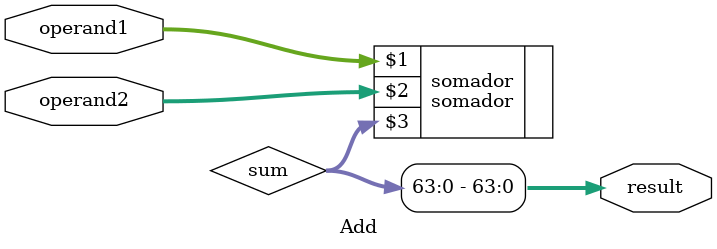
<source format=v>
/*

    Somador que devolve resultado com a mesma quantidade de bits que os operandos.

*/

module Add #(parameter N = 64) (
    input wire [N-1:0]  operand1, 
    input wire [N-1:0]  operand2, 
    output wire [N-1:0] result
);

	wire [N:0] sum;

    somador somador (operand1, operand2, sum);

    assign result = sum[N-1:0];

endmodule
</source>
